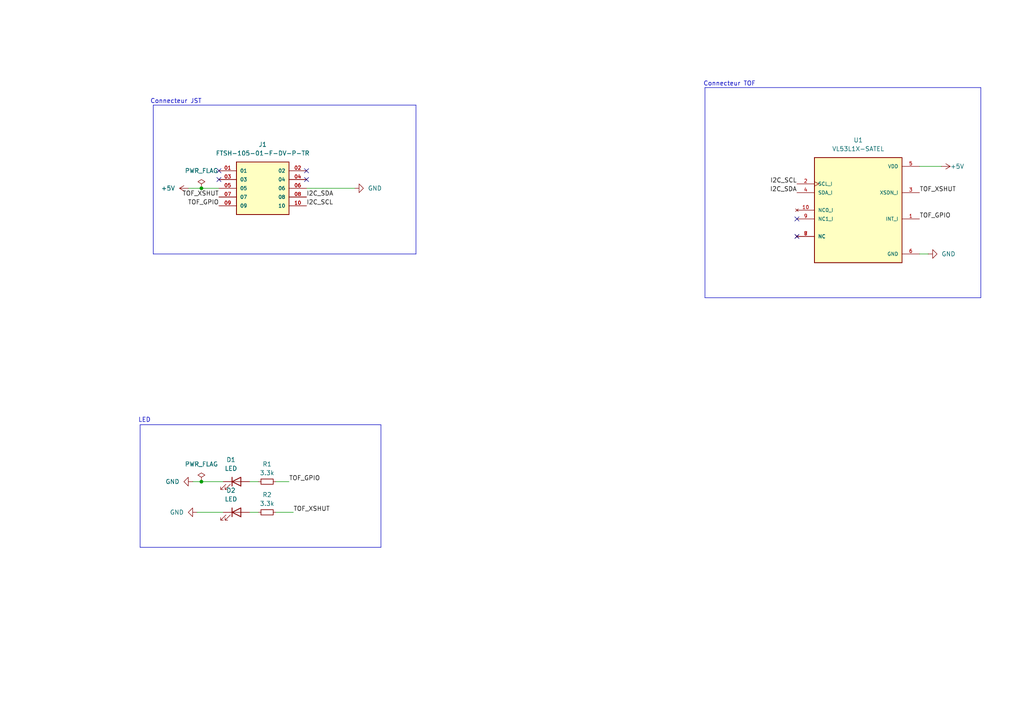
<source format=kicad_sch>
(kicad_sch
	(version 20231120)
	(generator "eeschema")
	(generator_version "8.0")
	(uuid "47aa775d-236a-4f1d-90dc-de8b59df296b")
	(paper "A4")
	(lib_symbols
		(symbol "74xGxx:FTSH-105-01-F-DV-P-TR"
			(pin_names
				(offset 1.016)
			)
			(exclude_from_sim no)
			(in_bom yes)
			(on_board yes)
			(property "Reference" "J"
				(at -8.12 7.62 0)
				(effects
					(font
						(size 1.27 1.27)
					)
					(justify left bottom)
				)
			)
			(property "Value" "FTSH-105-01-F-DV-P-TR"
				(at -7.62 -10.16 0)
				(effects
					(font
						(size 1.27 1.27)
					)
					(justify left bottom)
				)
			)
			(property "Footprint" "FTSH-105-01-F-DV-P-TR:SAMTEC_FTSH-105-01-F-DV-P-TR"
				(at 0 0 0)
				(effects
					(font
						(size 1.27 1.27)
					)
					(justify bottom)
					(hide yes)
				)
			)
			(property "Datasheet" ""
				(at 0 0 0)
				(effects
					(font
						(size 1.27 1.27)
					)
					(hide yes)
				)
			)
			(property "Description" ""
				(at 0 0 0)
				(effects
					(font
						(size 1.27 1.27)
					)
					(hide yes)
				)
			)
			(property "PARTREV" "R"
				(at 0 0 0)
				(effects
					(font
						(size 1.27 1.27)
					)
					(justify bottom)
					(hide yes)
				)
			)
			(property "MANUFACTURER" "Samtec"
				(at 0 0 0)
				(effects
					(font
						(size 1.27 1.27)
					)
					(justify bottom)
					(hide yes)
				)
			)
			(property "STANDARD" "Manufacturer Recommendations"
				(at 0 0 0)
				(effects
					(font
						(size 1.27 1.27)
					)
					(justify bottom)
					(hide yes)
				)
			)
			(symbol "FTSH-105-01-F-DV-P-TR_0_0"
				(rectangle
					(start -7.62 -7.62)
					(end 7.62 7.62)
					(stroke
						(width 0.254)
						(type default)
					)
					(fill
						(type background)
					)
				)
				(pin passive line
					(at -12.7 5.08 0)
					(length 5.08)
					(name "01"
						(effects
							(font
								(size 1.016 1.016)
							)
						)
					)
					(number "01"
						(effects
							(font
								(size 1.016 1.016)
							)
						)
					)
				)
				(pin passive line
					(at 12.7 5.08 180)
					(length 5.08)
					(name "02"
						(effects
							(font
								(size 1.016 1.016)
							)
						)
					)
					(number "02"
						(effects
							(font
								(size 1.016 1.016)
							)
						)
					)
				)
				(pin passive line
					(at -12.7 2.54 0)
					(length 5.08)
					(name "03"
						(effects
							(font
								(size 1.016 1.016)
							)
						)
					)
					(number "03"
						(effects
							(font
								(size 1.016 1.016)
							)
						)
					)
				)
				(pin passive line
					(at 12.7 2.54 180)
					(length 5.08)
					(name "04"
						(effects
							(font
								(size 1.016 1.016)
							)
						)
					)
					(number "04"
						(effects
							(font
								(size 1.016 1.016)
							)
						)
					)
				)
				(pin passive line
					(at -12.7 0 0)
					(length 5.08)
					(name "05"
						(effects
							(font
								(size 1.016 1.016)
							)
						)
					)
					(number "05"
						(effects
							(font
								(size 1.016 1.016)
							)
						)
					)
				)
				(pin passive line
					(at 12.7 0 180)
					(length 5.08)
					(name "06"
						(effects
							(font
								(size 1.016 1.016)
							)
						)
					)
					(number "06"
						(effects
							(font
								(size 1.016 1.016)
							)
						)
					)
				)
				(pin passive line
					(at -12.7 -2.54 0)
					(length 5.08)
					(name "07"
						(effects
							(font
								(size 1.016 1.016)
							)
						)
					)
					(number "07"
						(effects
							(font
								(size 1.016 1.016)
							)
						)
					)
				)
				(pin passive line
					(at 12.7 -2.54 180)
					(length 5.08)
					(name "08"
						(effects
							(font
								(size 1.016 1.016)
							)
						)
					)
					(number "08"
						(effects
							(font
								(size 1.016 1.016)
							)
						)
					)
				)
				(pin passive line
					(at -12.7 -5.08 0)
					(length 5.08)
					(name "09"
						(effects
							(font
								(size 1.016 1.016)
							)
						)
					)
					(number "09"
						(effects
							(font
								(size 1.016 1.016)
							)
						)
					)
				)
				(pin passive line
					(at 12.7 -5.08 180)
					(length 5.08)
					(name "10"
						(effects
							(font
								(size 1.016 1.016)
							)
						)
					)
					(number "10"
						(effects
							(font
								(size 1.016 1.016)
							)
						)
					)
				)
			)
		)
		(symbol "74xx:VL53L1X-SATEL"
			(pin_names
				(offset 1.016)
			)
			(exclude_from_sim no)
			(in_bom yes)
			(on_board yes)
			(property "Reference" "U"
				(at -12.7 16.002 0)
				(effects
					(font
						(size 1.27 1.27)
					)
					(justify left bottom)
				)
			)
			(property "Value" "VL53L1X-SATEL"
				(at -12.7 -17.78 0)
				(effects
					(font
						(size 1.27 1.27)
					)
					(justify left bottom)
				)
			)
			(property "Footprint" ""
				(at -0.508 -21.59 0)
				(effects
					(font
						(size 1.27 1.27)
					)
					(justify bottom)
					(hide yes)
				)
			)
			(property "Datasheet" ""
				(at 9.906 -21.844 0)
				(effects
					(font
						(size 1.27 1.27)
					)
					(hide yes)
				)
			)
			(property "Description" ""
				(at 9.906 -21.844 0)
				(effects
					(font
						(size 1.27 1.27)
					)
					(hide yes)
				)
			)
			(property "MF" ""
				(at 13.208 -23.622 0)
				(effects
					(font
						(size 1.27 1.27)
					)
					(justify bottom)
					(hide yes)
				)
			)
			(property "MAXIMUM_PACKAGE_HEIGHT" ""
				(at 9.906 -21.844 0)
				(effects
					(font
						(size 1.27 1.27)
					)
					(justify bottom)
					(hide yes)
				)
			)
			(property "Package" ""
				(at 9.906 -21.844 0)
				(effects
					(font
						(size 1.27 1.27)
					)
					(justify bottom)
					(hide yes)
				)
			)
			(property "Price" ""
				(at 9.906 -21.844 0)
				(effects
					(font
						(size 1.27 1.27)
					)
					(justify bottom)
					(hide yes)
				)
			)
			(property "Check_prices" ""
				(at 4.826 -20.066 0)
				(effects
					(font
						(size 1.27 1.27)
					)
					(justify bottom)
					(hide yes)
				)
			)
			(property "STANDARD" ""
				(at 12.192 -23.622 0)
				(effects
					(font
						(size 1.27 1.27)
					)
					(justify bottom)
					(hide yes)
				)
			)
			(property "PARTREV" ""
				(at 9.906 -21.844 0)
				(effects
					(font
						(size 1.27 1.27)
					)
					(justify bottom)
					(hide yes)
				)
			)
			(property "SnapEDA_Link" ""
				(at 5.842 -21.59 0)
				(effects
					(font
						(size 1.27 1.27)
					)
					(justify bottom)
					(hide yes)
				)
			)
			(property "MP" ""
				(at -0.508 -21.336 0)
				(effects
					(font
						(size 1.27 1.27)
					)
					(justify bottom)
					(hide yes)
				)
			)
			(property "Description_1" ""
				(at -1.016 -19.812 0)
				(effects
					(font
						(size 1.27 1.27)
					)
					(justify bottom)
					(hide yes)
				)
			)
			(property "MANUFACTURER" ""
				(at 8.636 -22.098 0)
				(effects
					(font
						(size 1.27 1.27)
					)
					(justify bottom)
					(hide yes)
				)
			)
			(property "Availability" ""
				(at 4.064 -23.368 0)
				(effects
					(font
						(size 1.27 1.27)
					)
					(justify bottom)
					(hide yes)
				)
			)
			(property "SNAPEDA_PN" ""
				(at 10.414 -20.828 0)
				(effects
					(font
						(size 1.27 1.27)
					)
					(justify bottom)
					(hide yes)
				)
			)
			(symbol "VL53L1X-SATEL_0_0"
				(rectangle
					(start -12.7 -15.24)
					(end 12.7 15.24)
					(stroke
						(width 0.254)
						(type default)
					)
					(fill
						(type background)
					)
				)
				(pin output line
					(at 17.78 -2.54 180)
					(length 5.08)
					(name "INT_I"
						(effects
							(font
								(size 1.016 1.016)
							)
						)
					)
					(number "1"
						(effects
							(font
								(size 1.016 1.016)
							)
						)
					)
				)
				(pin no_connect line
					(at -17.78 0 0)
					(length 5.08)
					(name "NC0_I"
						(effects
							(font
								(size 1.016 1.016)
							)
						)
					)
					(number "10"
						(effects
							(font
								(size 1.016 1.016)
							)
						)
					)
				)
				(pin input clock
					(at -17.78 7.62 0)
					(length 5.08)
					(name "SCL_I"
						(effects
							(font
								(size 1.016 1.016)
							)
						)
					)
					(number "2"
						(effects
							(font
								(size 1.016 1.016)
							)
						)
					)
				)
				(pin input line
					(at 17.78 5.08 180)
					(length 5.08)
					(name "XSDN_I"
						(effects
							(font
								(size 1.016 1.016)
							)
						)
					)
					(number "3"
						(effects
							(font
								(size 1.016 1.016)
							)
						)
					)
				)
				(pin bidirectional line
					(at -17.78 5.08 0)
					(length 5.08)
					(name "SDA_I"
						(effects
							(font
								(size 1.016 1.016)
							)
						)
					)
					(number "4"
						(effects
							(font
								(size 1.016 1.016)
							)
						)
					)
				)
				(pin power_in line
					(at 17.78 12.7 180)
					(length 5.08)
					(name "VDD"
						(effects
							(font
								(size 1.016 1.016)
							)
						)
					)
					(number "5"
						(effects
							(font
								(size 1.016 1.016)
							)
						)
					)
				)
				(pin power_in line
					(at 17.78 -12.7 180)
					(length 5.08)
					(name "GND"
						(effects
							(font
								(size 1.016 1.016)
							)
						)
					)
					(number "6"
						(effects
							(font
								(size 1.016 1.016)
							)
						)
					)
				)
				(pin no_connect line
					(at -17.78 -7.62 0)
					(length 5.08)
					(name "NC"
						(effects
							(font
								(size 1.016 1.016)
							)
						)
					)
					(number "7"
						(effects
							(font
								(size 1.016 1.016)
							)
						)
					)
				)
				(pin no_connect line
					(at -17.78 -7.62 0)
					(length 5.08)
					(name "NC"
						(effects
							(font
								(size 1.016 1.016)
							)
						)
					)
					(number "8"
						(effects
							(font
								(size 1.016 1.016)
							)
						)
					)
				)
				(pin passive line
					(at -17.78 -2.54 0)
					(length 5.08)
					(name "NC1_I"
						(effects
							(font
								(size 1.016 1.016)
							)
						)
					)
					(number "9"
						(effects
							(font
								(size 1.016 1.016)
							)
						)
					)
				)
			)
		)
		(symbol "Device:LED"
			(pin_numbers hide)
			(pin_names
				(offset 1.016) hide)
			(exclude_from_sim no)
			(in_bom yes)
			(on_board yes)
			(property "Reference" "D"
				(at 0 2.54 0)
				(effects
					(font
						(size 1.27 1.27)
					)
				)
			)
			(property "Value" "LED"
				(at 0 -2.54 0)
				(effects
					(font
						(size 1.27 1.27)
					)
				)
			)
			(property "Footprint" ""
				(at 0 0 0)
				(effects
					(font
						(size 1.27 1.27)
					)
					(hide yes)
				)
			)
			(property "Datasheet" "~"
				(at 0 0 0)
				(effects
					(font
						(size 1.27 1.27)
					)
					(hide yes)
				)
			)
			(property "Description" "Light emitting diode"
				(at 0 0 0)
				(effects
					(font
						(size 1.27 1.27)
					)
					(hide yes)
				)
			)
			(property "ki_keywords" "LED diode"
				(at 0 0 0)
				(effects
					(font
						(size 1.27 1.27)
					)
					(hide yes)
				)
			)
			(property "ki_fp_filters" "LED* LED_SMD:* LED_THT:*"
				(at 0 0 0)
				(effects
					(font
						(size 1.27 1.27)
					)
					(hide yes)
				)
			)
			(symbol "LED_0_1"
				(polyline
					(pts
						(xy -1.27 -1.27) (xy -1.27 1.27)
					)
					(stroke
						(width 0.254)
						(type default)
					)
					(fill
						(type none)
					)
				)
				(polyline
					(pts
						(xy -1.27 0) (xy 1.27 0)
					)
					(stroke
						(width 0)
						(type default)
					)
					(fill
						(type none)
					)
				)
				(polyline
					(pts
						(xy 1.27 -1.27) (xy 1.27 1.27) (xy -1.27 0) (xy 1.27 -1.27)
					)
					(stroke
						(width 0.254)
						(type default)
					)
					(fill
						(type none)
					)
				)
				(polyline
					(pts
						(xy -3.048 -0.762) (xy -4.572 -2.286) (xy -3.81 -2.286) (xy -4.572 -2.286) (xy -4.572 -1.524)
					)
					(stroke
						(width 0)
						(type default)
					)
					(fill
						(type none)
					)
				)
				(polyline
					(pts
						(xy -1.778 -0.762) (xy -3.302 -2.286) (xy -2.54 -2.286) (xy -3.302 -2.286) (xy -3.302 -1.524)
					)
					(stroke
						(width 0)
						(type default)
					)
					(fill
						(type none)
					)
				)
			)
			(symbol "LED_1_1"
				(pin passive line
					(at -3.81 0 0)
					(length 2.54)
					(name "K"
						(effects
							(font
								(size 1.27 1.27)
							)
						)
					)
					(number "1"
						(effects
							(font
								(size 1.27 1.27)
							)
						)
					)
				)
				(pin passive line
					(at 3.81 0 180)
					(length 2.54)
					(name "A"
						(effects
							(font
								(size 1.27 1.27)
							)
						)
					)
					(number "2"
						(effects
							(font
								(size 1.27 1.27)
							)
						)
					)
				)
			)
		)
		(symbol "Device:R_Small"
			(pin_numbers hide)
			(pin_names
				(offset 0.254) hide)
			(exclude_from_sim no)
			(in_bom yes)
			(on_board yes)
			(property "Reference" "R"
				(at 0.762 0.508 0)
				(effects
					(font
						(size 1.27 1.27)
					)
					(justify left)
				)
			)
			(property "Value" "R_Small"
				(at 0.762 -1.016 0)
				(effects
					(font
						(size 1.27 1.27)
					)
					(justify left)
				)
			)
			(property "Footprint" ""
				(at 0 0 0)
				(effects
					(font
						(size 1.27 1.27)
					)
					(hide yes)
				)
			)
			(property "Datasheet" "~"
				(at 0 0 0)
				(effects
					(font
						(size 1.27 1.27)
					)
					(hide yes)
				)
			)
			(property "Description" "Resistor, small symbol"
				(at 0 0 0)
				(effects
					(font
						(size 1.27 1.27)
					)
					(hide yes)
				)
			)
			(property "ki_keywords" "R resistor"
				(at 0 0 0)
				(effects
					(font
						(size 1.27 1.27)
					)
					(hide yes)
				)
			)
			(property "ki_fp_filters" "R_*"
				(at 0 0 0)
				(effects
					(font
						(size 1.27 1.27)
					)
					(hide yes)
				)
			)
			(symbol "R_Small_0_1"
				(rectangle
					(start -0.762 1.778)
					(end 0.762 -1.778)
					(stroke
						(width 0.2032)
						(type default)
					)
					(fill
						(type none)
					)
				)
			)
			(symbol "R_Small_1_1"
				(pin passive line
					(at 0 2.54 270)
					(length 0.762)
					(name "~"
						(effects
							(font
								(size 1.27 1.27)
							)
						)
					)
					(number "1"
						(effects
							(font
								(size 1.27 1.27)
							)
						)
					)
				)
				(pin passive line
					(at 0 -2.54 90)
					(length 0.762)
					(name "~"
						(effects
							(font
								(size 1.27 1.27)
							)
						)
					)
					(number "2"
						(effects
							(font
								(size 1.27 1.27)
							)
						)
					)
				)
			)
		)
		(symbol "power:+5V"
			(power)
			(pin_numbers hide)
			(pin_names
				(offset 0) hide)
			(exclude_from_sim no)
			(in_bom yes)
			(on_board yes)
			(property "Reference" "#PWR"
				(at 0 -3.81 0)
				(effects
					(font
						(size 1.27 1.27)
					)
					(hide yes)
				)
			)
			(property "Value" "+5V"
				(at 0 3.556 0)
				(effects
					(font
						(size 1.27 1.27)
					)
				)
			)
			(property "Footprint" ""
				(at 0 0 0)
				(effects
					(font
						(size 1.27 1.27)
					)
					(hide yes)
				)
			)
			(property "Datasheet" ""
				(at 0 0 0)
				(effects
					(font
						(size 1.27 1.27)
					)
					(hide yes)
				)
			)
			(property "Description" "Power symbol creates a global label with name \"+5V\""
				(at 0 0 0)
				(effects
					(font
						(size 1.27 1.27)
					)
					(hide yes)
				)
			)
			(property "ki_keywords" "global power"
				(at 0 0 0)
				(effects
					(font
						(size 1.27 1.27)
					)
					(hide yes)
				)
			)
			(symbol "+5V_0_1"
				(polyline
					(pts
						(xy -0.762 1.27) (xy 0 2.54)
					)
					(stroke
						(width 0)
						(type default)
					)
					(fill
						(type none)
					)
				)
				(polyline
					(pts
						(xy 0 0) (xy 0 2.54)
					)
					(stroke
						(width 0)
						(type default)
					)
					(fill
						(type none)
					)
				)
				(polyline
					(pts
						(xy 0 2.54) (xy 0.762 1.27)
					)
					(stroke
						(width 0)
						(type default)
					)
					(fill
						(type none)
					)
				)
			)
			(symbol "+5V_1_1"
				(pin power_in line
					(at 0 0 90)
					(length 0)
					(name "~"
						(effects
							(font
								(size 1.27 1.27)
							)
						)
					)
					(number "1"
						(effects
							(font
								(size 1.27 1.27)
							)
						)
					)
				)
			)
		)
		(symbol "power:GND"
			(power)
			(pin_numbers hide)
			(pin_names
				(offset 0) hide)
			(exclude_from_sim no)
			(in_bom yes)
			(on_board yes)
			(property "Reference" "#PWR"
				(at 0 -6.35 0)
				(effects
					(font
						(size 1.27 1.27)
					)
					(hide yes)
				)
			)
			(property "Value" "GND"
				(at 0 -3.81 0)
				(effects
					(font
						(size 1.27 1.27)
					)
				)
			)
			(property "Footprint" ""
				(at 0 0 0)
				(effects
					(font
						(size 1.27 1.27)
					)
					(hide yes)
				)
			)
			(property "Datasheet" ""
				(at 0 0 0)
				(effects
					(font
						(size 1.27 1.27)
					)
					(hide yes)
				)
			)
			(property "Description" "Power symbol creates a global label with name \"GND\" , ground"
				(at 0 0 0)
				(effects
					(font
						(size 1.27 1.27)
					)
					(hide yes)
				)
			)
			(property "ki_keywords" "global power"
				(at 0 0 0)
				(effects
					(font
						(size 1.27 1.27)
					)
					(hide yes)
				)
			)
			(symbol "GND_0_1"
				(polyline
					(pts
						(xy 0 0) (xy 0 -1.27) (xy 1.27 -1.27) (xy 0 -2.54) (xy -1.27 -1.27) (xy 0 -1.27)
					)
					(stroke
						(width 0)
						(type default)
					)
					(fill
						(type none)
					)
				)
			)
			(symbol "GND_1_1"
				(pin power_in line
					(at 0 0 270)
					(length 0)
					(name "~"
						(effects
							(font
								(size 1.27 1.27)
							)
						)
					)
					(number "1"
						(effects
							(font
								(size 1.27 1.27)
							)
						)
					)
				)
			)
		)
		(symbol "power:PWR_FLAG"
			(power)
			(pin_numbers hide)
			(pin_names
				(offset 0) hide)
			(exclude_from_sim no)
			(in_bom yes)
			(on_board yes)
			(property "Reference" "#FLG"
				(at 0 1.905 0)
				(effects
					(font
						(size 1.27 1.27)
					)
					(hide yes)
				)
			)
			(property "Value" "PWR_FLAG"
				(at 0 3.81 0)
				(effects
					(font
						(size 1.27 1.27)
					)
				)
			)
			(property "Footprint" ""
				(at 0 0 0)
				(effects
					(font
						(size 1.27 1.27)
					)
					(hide yes)
				)
			)
			(property "Datasheet" "~"
				(at 0 0 0)
				(effects
					(font
						(size 1.27 1.27)
					)
					(hide yes)
				)
			)
			(property "Description" "Special symbol for telling ERC where power comes from"
				(at 0 0 0)
				(effects
					(font
						(size 1.27 1.27)
					)
					(hide yes)
				)
			)
			(property "ki_keywords" "flag power"
				(at 0 0 0)
				(effects
					(font
						(size 1.27 1.27)
					)
					(hide yes)
				)
			)
			(symbol "PWR_FLAG_0_0"
				(pin power_out line
					(at 0 0 90)
					(length 0)
					(name "~"
						(effects
							(font
								(size 1.27 1.27)
							)
						)
					)
					(number "1"
						(effects
							(font
								(size 1.27 1.27)
							)
						)
					)
				)
			)
			(symbol "PWR_FLAG_0_1"
				(polyline
					(pts
						(xy 0 0) (xy 0 1.27) (xy -1.016 1.905) (xy 0 2.54) (xy 1.016 1.905) (xy 0 1.27)
					)
					(stroke
						(width 0)
						(type default)
					)
					(fill
						(type none)
					)
				)
			)
		)
	)
	(junction
		(at 58.42 54.61)
		(diameter 0)
		(color 0 0 0 0)
		(uuid "21dadc17-34d2-4d4e-ae73-4a246b174870")
	)
	(junction
		(at 58.42 139.7)
		(diameter 0)
		(color 0 0 0 0)
		(uuid "ffde5c79-366d-4929-aacb-a2561ae2591c")
	)
	(no_connect
		(at 88.9 49.53)
		(uuid "5e07590f-45b5-4ef7-88d3-f98c9e9c8691")
	)
	(no_connect
		(at 88.9 52.07)
		(uuid "68f2df3b-836f-4dae-9191-17a6255d501e")
	)
	(no_connect
		(at 231.14 68.58)
		(uuid "6b5eaebd-a193-45c3-90b9-878b4f2d21f2")
	)
	(no_connect
		(at 63.5 52.07)
		(uuid "a155eae1-9336-4162-a079-1299e4d7d618")
	)
	(no_connect
		(at 63.5 49.53)
		(uuid "b987723a-5eec-47a7-86fc-4e92cf59db96")
	)
	(no_connect
		(at 231.14 63.5)
		(uuid "cb3a7a26-6358-40a9-9fd4-5f0a6afdee44")
	)
	(polyline
		(pts
			(xy 284.48 25.4) (xy 284.48 86.36)
		)
		(stroke
			(width 0)
			(type default)
		)
		(uuid "1f06ce00-f112-4b99-85fd-d456c6d0e755")
	)
	(polyline
		(pts
			(xy 110.49 123.19) (xy 110.49 158.75)
		)
		(stroke
			(width 0)
			(type default)
		)
		(uuid "23f698f3-63c2-45b3-950a-5ddd663c49d9")
	)
	(polyline
		(pts
			(xy 284.48 25.4) (xy 204.47 25.4)
		)
		(stroke
			(width 0)
			(type default)
		)
		(uuid "2bc693c2-b1ec-4c69-91f8-c6e22a5863f4")
	)
	(polyline
		(pts
			(xy 204.47 25.4) (xy 204.47 86.36)
		)
		(stroke
			(width 0)
			(type default)
		)
		(uuid "3907ccc4-f53e-4469-8a81-7859698eba48")
	)
	(wire
		(pts
			(xy 88.9 54.61) (xy 102.87 54.61)
		)
		(stroke
			(width 0)
			(type default)
		)
		(uuid "3a05833c-cba0-4252-b18f-5ee5957554ec")
	)
	(polyline
		(pts
			(xy 44.45 30.48) (xy 120.65 30.48)
		)
		(stroke
			(width 0)
			(type default)
		)
		(uuid "461ad315-b077-4bcd-baeb-fb4471148903")
	)
	(wire
		(pts
			(xy 58.42 54.61) (xy 63.5 54.61)
		)
		(stroke
			(width 0)
			(type default)
		)
		(uuid "4f2f9c69-6290-4662-9169-b64af0d8b88c")
	)
	(polyline
		(pts
			(xy 120.65 73.66) (xy 44.45 73.66)
		)
		(stroke
			(width 0)
			(type default)
		)
		(uuid "55686e23-0469-43d9-b255-802e8b80df78")
	)
	(polyline
		(pts
			(xy 40.64 123.19) (xy 40.64 158.75)
		)
		(stroke
			(width 0)
			(type default)
		)
		(uuid "73406b0c-adb0-418b-b87d-71c8ee8d12e5")
	)
	(polyline
		(pts
			(xy 204.47 86.36) (xy 284.48 86.36)
		)
		(stroke
			(width 0)
			(type default)
		)
		(uuid "74b86b2a-53e1-4270-ac18-5e15bcefc175")
	)
	(wire
		(pts
			(xy 266.7 48.26) (xy 273.05 48.26)
		)
		(stroke
			(width 0)
			(type default)
		)
		(uuid "781582b1-b3b0-4c06-b92f-6ed2087629e1")
	)
	(wire
		(pts
			(xy 80.01 148.59) (xy 85.09 148.59)
		)
		(stroke
			(width 0)
			(type default)
		)
		(uuid "7f03f512-4671-43b6-8613-a22fb0a8bd41")
	)
	(wire
		(pts
			(xy 72.39 148.59) (xy 74.93 148.59)
		)
		(stroke
			(width 0)
			(type default)
		)
		(uuid "8df3d5de-dcc3-43b0-93e9-18446bea624c")
	)
	(polyline
		(pts
			(xy 44.45 30.48) (xy 44.45 73.66)
		)
		(stroke
			(width 0)
			(type default)
		)
		(uuid "98f4d2e6-0831-43f7-bae4-2dce8c0f368b")
	)
	(wire
		(pts
			(xy 54.61 54.61) (xy 58.42 54.61)
		)
		(stroke
			(width 0)
			(type default)
		)
		(uuid "995e9ebc-b730-4e82-9795-fd25aec5fcaa")
	)
	(wire
		(pts
			(xy 55.88 139.7) (xy 58.42 139.7)
		)
		(stroke
			(width 0)
			(type default)
		)
		(uuid "9f7a0411-5315-45f9-9ad6-e2b6ede64cb6")
	)
	(wire
		(pts
			(xy 72.39 139.7) (xy 74.93 139.7)
		)
		(stroke
			(width 0)
			(type default)
		)
		(uuid "a2c419af-1d9b-4899-abb1-5941682f377e")
	)
	(wire
		(pts
			(xy 80.01 139.7) (xy 83.82 139.7)
		)
		(stroke
			(width 0)
			(type default)
		)
		(uuid "b1ad65ab-97fb-4d2a-9ef5-b055e7a728f8")
	)
	(wire
		(pts
			(xy 58.42 139.7) (xy 64.77 139.7)
		)
		(stroke
			(width 0)
			(type default)
		)
		(uuid "b34bc26f-c48b-442c-8295-da6352fa2297")
	)
	(wire
		(pts
			(xy 266.7 73.66) (xy 269.24 73.66)
		)
		(stroke
			(width 0)
			(type default)
		)
		(uuid "cbc006c5-497d-4f55-8bf8-de8ee308b32f")
	)
	(polyline
		(pts
			(xy 120.65 30.48) (xy 120.65 73.66)
		)
		(stroke
			(width 0)
			(type default)
		)
		(uuid "d25f247f-63b7-4d2b-97d2-fc2d63202517")
	)
	(wire
		(pts
			(xy 57.15 148.59) (xy 64.77 148.59)
		)
		(stroke
			(width 0)
			(type default)
		)
		(uuid "ee26da27-a044-4c5f-a108-118269f9d8aa")
	)
	(polyline
		(pts
			(xy 40.64 123.19) (xy 110.49 123.19)
		)
		(stroke
			(width 0)
			(type default)
		)
		(uuid "f740ff7a-bc9c-43f0-b85a-9ddf3204927a")
	)
	(polyline
		(pts
			(xy 110.49 158.75) (xy 40.64 158.75)
		)
		(stroke
			(width 0)
			(type default)
		)
		(uuid "f958fc32-cc8c-4af9-a4ac-fe94f01126c3")
	)
	(text "Connecteur TOF"
		(exclude_from_sim no)
		(at 211.582 24.384 0)
		(effects
			(font
				(size 1.27 1.27)
			)
		)
		(uuid "a39d9714-866e-4877-9e98-f162e06c3873")
	)
	(text "Connecteur JST"
		(exclude_from_sim no)
		(at 51.054 29.464 0)
		(effects
			(font
				(size 1.27 1.27)
			)
		)
		(uuid "addd66ce-2d13-4e6b-adc2-655fa138d7b9")
	)
	(text "LED"
		(exclude_from_sim no)
		(at 41.91 121.92 0)
		(effects
			(font
				(size 1.27 1.27)
			)
		)
		(uuid "cc67d61d-9e80-490d-ad03-a03560aecae0")
	)
	(label "I2C_SDA"
		(at 231.14 55.88 180)
		(fields_autoplaced yes)
		(effects
			(font
				(size 1.27 1.27)
			)
			(justify right bottom)
		)
		(uuid "1bbfa443-6978-4fc1-baf3-d1218ae3950a")
	)
	(label "I2C_SCL"
		(at 88.9 59.69 0)
		(fields_autoplaced yes)
		(effects
			(font
				(size 1.27 1.27)
			)
			(justify left bottom)
		)
		(uuid "2f0da67d-bd34-4626-8e7c-5fc2876a62d3")
	)
	(label "TOF_XSHUT"
		(at 266.7 55.88 0)
		(fields_autoplaced yes)
		(effects
			(font
				(size 1.27 1.27)
			)
			(justify left bottom)
		)
		(uuid "44aa752a-8415-4494-ab1f-788f734267a3")
	)
	(label "I2C_SDA"
		(at 88.9 57.15 0)
		(fields_autoplaced yes)
		(effects
			(font
				(size 1.27 1.27)
			)
			(justify left bottom)
		)
		(uuid "68730741-d7b6-44b8-8c04-daacda1b5f2d")
	)
	(label "TOF_XSHUT"
		(at 63.5 57.15 180)
		(fields_autoplaced yes)
		(effects
			(font
				(size 1.27 1.27)
			)
			(justify right bottom)
		)
		(uuid "7453d457-5bd6-44a3-9ca3-4140a8c7c60d")
	)
	(label "TOF_XSHUT"
		(at 85.09 148.59 0)
		(fields_autoplaced yes)
		(effects
			(font
				(size 1.27 1.27)
			)
			(justify left bottom)
		)
		(uuid "7f30f2d3-bfe3-49bb-9e0c-4854d269acf7")
	)
	(label "TOF_GPIO"
		(at 266.7 63.5 0)
		(fields_autoplaced yes)
		(effects
			(font
				(size 1.27 1.27)
			)
			(justify left bottom)
		)
		(uuid "9f0ab6be-d475-494b-8bdd-18fcbee397e7")
	)
	(label "TOF_GPIO"
		(at 63.5 59.69 180)
		(fields_autoplaced yes)
		(effects
			(font
				(size 1.27 1.27)
			)
			(justify right bottom)
		)
		(uuid "bb7faa6e-1487-46f4-ad0b-1590885b2e56")
	)
	(label "TOF_GPIO"
		(at 83.82 139.7 0)
		(fields_autoplaced yes)
		(effects
			(font
				(size 1.27 1.27)
			)
			(justify left bottom)
		)
		(uuid "c16c75cf-5c3f-41e2-8996-f7c9cd9b0c2e")
	)
	(label "I2C_SCL"
		(at 231.14 53.34 180)
		(fields_autoplaced yes)
		(effects
			(font
				(size 1.27 1.27)
			)
			(justify right bottom)
		)
		(uuid "d3e54630-badd-46cd-9440-e64292eada93")
	)
	(symbol
		(lib_id "power:GND")
		(at 55.88 139.7 270)
		(unit 1)
		(exclude_from_sim no)
		(in_bom yes)
		(on_board yes)
		(dnp no)
		(fields_autoplaced yes)
		(uuid "0cb84fe5-c4ef-445c-a137-e3d197b0d319")
		(property "Reference" "#PWR01"
			(at 49.53 139.7 0)
			(effects
				(font
					(size 1.27 1.27)
				)
				(hide yes)
			)
		)
		(property "Value" "GND"
			(at 52.07 139.6999 90)
			(effects
				(font
					(size 1.27 1.27)
				)
				(justify right)
			)
		)
		(property "Footprint" ""
			(at 55.88 139.7 0)
			(effects
				(font
					(size 1.27 1.27)
				)
				(hide yes)
			)
		)
		(property "Datasheet" ""
			(at 55.88 139.7 0)
			(effects
				(font
					(size 1.27 1.27)
				)
				(hide yes)
			)
		)
		(property "Description" "Power symbol creates a global label with name \"GND\" , ground"
			(at 55.88 139.7 0)
			(effects
				(font
					(size 1.27 1.27)
				)
				(hide yes)
			)
		)
		(pin "1"
			(uuid "168c2930-031b-4db1-b0d7-a7d62a682536")
		)
		(instances
			(project "PCB_TOF_droit"
				(path "/47aa775d-236a-4f1d-90dc-de8b59df296b"
					(reference "#PWR01")
					(unit 1)
				)
			)
		)
	)
	(symbol
		(lib_id "74xx:VL53L1X-SATEL")
		(at 248.92 60.96 0)
		(unit 1)
		(exclude_from_sim no)
		(in_bom yes)
		(on_board yes)
		(dnp no)
		(fields_autoplaced yes)
		(uuid "17c2314d-77df-4be9-aa44-eeed6e48783f")
		(property "Reference" "U1"
			(at 248.92 40.64 0)
			(effects
				(font
					(size 1.27 1.27)
				)
			)
		)
		(property "Value" "VL53L1X-SATEL"
			(at 248.92 43.18 0)
			(effects
				(font
					(size 1.27 1.27)
				)
			)
		)
		(property "Footprint" "VL53L1X:MODULE_VL53L1X-SATEL"
			(at 248.412 82.55 0)
			(effects
				(font
					(size 1.27 1.27)
				)
				(justify bottom)
				(hide yes)
			)
		)
		(property "Datasheet" ""
			(at 258.826 82.804 0)
			(effects
				(font
					(size 1.27 1.27)
				)
				(hide yes)
			)
		)
		(property "Description" ""
			(at 258.826 82.804 0)
			(effects
				(font
					(size 1.27 1.27)
				)
				(hide yes)
			)
		)
		(property "MF" ""
			(at 262.128 84.582 0)
			(effects
				(font
					(size 1.27 1.27)
				)
				(justify bottom)
				(hide yes)
			)
		)
		(property "MAXIMUM_PACKAGE_HEIGHT" ""
			(at 258.826 82.804 0)
			(effects
				(font
					(size 1.27 1.27)
				)
				(justify bottom)
				(hide yes)
			)
		)
		(property "Package" ""
			(at 258.826 82.804 0)
			(effects
				(font
					(size 1.27 1.27)
				)
				(justify bottom)
				(hide yes)
			)
		)
		(property "Price" ""
			(at 258.826 82.804 0)
			(effects
				(font
					(size 1.27 1.27)
				)
				(justify bottom)
				(hide yes)
			)
		)
		(property "Check_prices" ""
			(at 253.746 81.026 0)
			(effects
				(font
					(size 1.27 1.27)
				)
				(justify bottom)
				(hide yes)
			)
		)
		(property "STANDARD" ""
			(at 261.112 84.582 0)
			(effects
				(font
					(size 1.27 1.27)
				)
				(justify bottom)
				(hide yes)
			)
		)
		(property "PARTREV" ""
			(at 258.826 82.804 0)
			(effects
				(font
					(size 1.27 1.27)
				)
				(justify bottom)
				(hide yes)
			)
		)
		(property "SnapEDA_Link" ""
			(at 254.762 82.55 0)
			(effects
				(font
					(size 1.27 1.27)
				)
				(justify bottom)
				(hide yes)
			)
		)
		(property "MP" ""
			(at 248.412 82.296 0)
			(effects
				(font
					(size 1.27 1.27)
				)
				(justify bottom)
				(hide yes)
			)
		)
		(property "Description_1" ""
			(at 247.904 80.772 0)
			(effects
				(font
					(size 1.27 1.27)
				)
				(justify bottom)
				(hide yes)
			)
		)
		(property "MANUFACTURER" ""
			(at 257.556 83.058 0)
			(effects
				(font
					(size 1.27 1.27)
				)
				(justify bottom)
				(hide yes)
			)
		)
		(property "Availability" ""
			(at 252.984 84.328 0)
			(effects
				(font
					(size 1.27 1.27)
				)
				(justify bottom)
				(hide yes)
			)
		)
		(property "SNAPEDA_PN" ""
			(at 259.334 81.788 0)
			(effects
				(font
					(size 1.27 1.27)
				)
				(justify bottom)
				(hide yes)
			)
		)
		(pin "5"
			(uuid "79dc8c7a-099c-43fb-bfa8-b0dd54bb1402")
		)
		(pin "4"
			(uuid "434e829b-02a5-4ed4-b56d-8fa5dabc05a5")
		)
		(pin "3"
			(uuid "97d1d4bc-5aa6-4c3e-aa53-521958028181")
		)
		(pin "9"
			(uuid "ae0e9849-e9c7-4bb5-b530-e3e8602220e6")
		)
		(pin "8"
			(uuid "869f3fec-5926-43bc-b32b-3100a8f0f078")
		)
		(pin "6"
			(uuid "94efc033-d457-443d-8071-23bf40a11e57")
		)
		(pin "7"
			(uuid "767b17ff-1ec3-40fe-a608-6c392df31235")
		)
		(pin "1"
			(uuid "d642f52f-4ecd-4818-b8fd-bca53c24ae0f")
		)
		(pin "10"
			(uuid "93721a58-7c23-4969-a65e-ca56f75fc235")
		)
		(pin "2"
			(uuid "5fa7fb44-da9f-4eaf-a578-83a140d7ce30")
		)
		(instances
			(project "PCB_TOF_droit"
				(path "/47aa775d-236a-4f1d-90dc-de8b59df296b"
					(reference "U1")
					(unit 1)
				)
			)
		)
	)
	(symbol
		(lib_id "power:PWR_FLAG")
		(at 58.42 54.61 0)
		(unit 1)
		(exclude_from_sim no)
		(in_bom yes)
		(on_board yes)
		(dnp no)
		(fields_autoplaced yes)
		(uuid "28f68715-ae60-4df9-bbb7-fdbb74166542")
		(property "Reference" "#FLG01"
			(at 58.42 52.705 0)
			(effects
				(font
					(size 1.27 1.27)
				)
				(hide yes)
			)
		)
		(property "Value" "PWR_FLAG"
			(at 58.42 49.53 0)
			(effects
				(font
					(size 1.27 1.27)
				)
			)
		)
		(property "Footprint" ""
			(at 58.42 54.61 0)
			(effects
				(font
					(size 1.27 1.27)
				)
				(hide yes)
			)
		)
		(property "Datasheet" "~"
			(at 58.42 54.61 0)
			(effects
				(font
					(size 1.27 1.27)
				)
				(hide yes)
			)
		)
		(property "Description" "Special symbol for telling ERC where power comes from"
			(at 58.42 54.61 0)
			(effects
				(font
					(size 1.27 1.27)
				)
				(hide yes)
			)
		)
		(pin "1"
			(uuid "6b1847de-319f-4b6c-8502-31d708ad440d")
		)
		(instances
			(project ""
				(path "/47aa775d-236a-4f1d-90dc-de8b59df296b"
					(reference "#FLG01")
					(unit 1)
				)
			)
		)
	)
	(symbol
		(lib_id "Device:R_Small")
		(at 77.47 148.59 90)
		(unit 1)
		(exclude_from_sim no)
		(in_bom yes)
		(on_board yes)
		(dnp no)
		(fields_autoplaced yes)
		(uuid "2f664445-d73f-4409-8682-a3eedf8f3177")
		(property "Reference" "R2"
			(at 77.47 143.51 90)
			(effects
				(font
					(size 1.27 1.27)
				)
			)
		)
		(property "Value" "3.3k"
			(at 77.47 146.05 90)
			(effects
				(font
					(size 1.27 1.27)
				)
			)
		)
		(property "Footprint" "Resistor_SMD:R_0402_1005Metric_Pad0.72x0.64mm_HandSolder"
			(at 77.47 148.59 0)
			(effects
				(font
					(size 1.27 1.27)
				)
				(hide yes)
			)
		)
		(property "Datasheet" "~"
			(at 77.47 148.59 0)
			(effects
				(font
					(size 1.27 1.27)
				)
				(hide yes)
			)
		)
		(property "Description" "Resistor, small symbol"
			(at 77.47 148.59 0)
			(effects
				(font
					(size 1.27 1.27)
				)
				(hide yes)
			)
		)
		(pin "1"
			(uuid "503721d5-0a1f-495d-89e1-1130ac72b123")
		)
		(pin "2"
			(uuid "bdeb05ff-3f8a-427a-98ee-8f2b526d9465")
		)
		(instances
			(project "PCB_TOF_droit"
				(path "/47aa775d-236a-4f1d-90dc-de8b59df296b"
					(reference "R2")
					(unit 1)
				)
			)
		)
	)
	(symbol
		(lib_id "Device:LED")
		(at 68.58 148.59 0)
		(unit 1)
		(exclude_from_sim no)
		(in_bom yes)
		(on_board yes)
		(dnp no)
		(fields_autoplaced yes)
		(uuid "3150b9ed-33f9-4920-88f1-13681714ecf7")
		(property "Reference" "D2"
			(at 66.9925 142.24 0)
			(effects
				(font
					(size 1.27 1.27)
				)
			)
		)
		(property "Value" "LED"
			(at 66.9925 144.78 0)
			(effects
				(font
					(size 1.27 1.27)
				)
			)
		)
		(property "Footprint" "LED_SMD:LED_0603_1608Metric_Pad1.05x0.95mm_HandSolder"
			(at 68.58 148.59 0)
			(effects
				(font
					(size 1.27 1.27)
				)
				(hide yes)
			)
		)
		(property "Datasheet" "~"
			(at 68.58 148.59 0)
			(effects
				(font
					(size 1.27 1.27)
				)
				(hide yes)
			)
		)
		(property "Description" "Light emitting diode"
			(at 68.58 148.59 0)
			(effects
				(font
					(size 1.27 1.27)
				)
				(hide yes)
			)
		)
		(pin "2"
			(uuid "d24a9a54-464d-4134-9ff5-9a2e8bc1137b")
		)
		(pin "1"
			(uuid "0966ab1d-7dbe-4e6d-9732-585b3545205e")
		)
		(instances
			(project "PCB_TOF_droit"
				(path "/47aa775d-236a-4f1d-90dc-de8b59df296b"
					(reference "D2")
					(unit 1)
				)
			)
		)
	)
	(symbol
		(lib_id "power:GND")
		(at 57.15 148.59 270)
		(unit 1)
		(exclude_from_sim no)
		(in_bom yes)
		(on_board yes)
		(dnp no)
		(fields_autoplaced yes)
		(uuid "5d060e76-524d-4cba-b22b-ecad18230f92")
		(property "Reference" "#PWR02"
			(at 50.8 148.59 0)
			(effects
				(font
					(size 1.27 1.27)
				)
				(hide yes)
			)
		)
		(property "Value" "GND"
			(at 53.34 148.5899 90)
			(effects
				(font
					(size 1.27 1.27)
				)
				(justify right)
			)
		)
		(property "Footprint" ""
			(at 57.15 148.59 0)
			(effects
				(font
					(size 1.27 1.27)
				)
				(hide yes)
			)
		)
		(property "Datasheet" ""
			(at 57.15 148.59 0)
			(effects
				(font
					(size 1.27 1.27)
				)
				(hide yes)
			)
		)
		(property "Description" "Power symbol creates a global label with name \"GND\" , ground"
			(at 57.15 148.59 0)
			(effects
				(font
					(size 1.27 1.27)
				)
				(hide yes)
			)
		)
		(pin "1"
			(uuid "cf4c73c1-5911-4a37-b7ad-31c5c0640b2b")
		)
		(instances
			(project "PCB_TOF_droit"
				(path "/47aa775d-236a-4f1d-90dc-de8b59df296b"
					(reference "#PWR02")
					(unit 1)
				)
			)
		)
	)
	(symbol
		(lib_id "power:GND")
		(at 269.24 73.66 90)
		(unit 1)
		(exclude_from_sim no)
		(in_bom yes)
		(on_board yes)
		(dnp no)
		(fields_autoplaced yes)
		(uuid "636da86e-5b7b-49dc-b3a0-5737c9b83230")
		(property "Reference" "#PWR05"
			(at 275.59 73.66 0)
			(effects
				(font
					(size 1.27 1.27)
				)
				(hide yes)
			)
		)
		(property "Value" "GND"
			(at 273.05 73.6599 90)
			(effects
				(font
					(size 1.27 1.27)
				)
				(justify right)
			)
		)
		(property "Footprint" ""
			(at 269.24 73.66 0)
			(effects
				(font
					(size 1.27 1.27)
				)
				(hide yes)
			)
		)
		(property "Datasheet" ""
			(at 269.24 73.66 0)
			(effects
				(font
					(size 1.27 1.27)
				)
				(hide yes)
			)
		)
		(property "Description" "Power symbol creates a global label with name \"GND\" , ground"
			(at 269.24 73.66 0)
			(effects
				(font
					(size 1.27 1.27)
				)
				(hide yes)
			)
		)
		(pin "1"
			(uuid "85e0eb0c-daf4-414a-9b1b-222eab9cad05")
		)
		(instances
			(project "PCB_TOF_droit"
				(path "/47aa775d-236a-4f1d-90dc-de8b59df296b"
					(reference "#PWR05")
					(unit 1)
				)
			)
		)
	)
	(symbol
		(lib_id "power:PWR_FLAG")
		(at 58.42 139.7 0)
		(unit 1)
		(exclude_from_sim no)
		(in_bom yes)
		(on_board yes)
		(dnp no)
		(fields_autoplaced yes)
		(uuid "71cded14-a920-4371-b4ed-0de89865ef73")
		(property "Reference" "#FLG02"
			(at 58.42 137.795 0)
			(effects
				(font
					(size 1.27 1.27)
				)
				(hide yes)
			)
		)
		(property "Value" "PWR_FLAG"
			(at 58.42 134.62 0)
			(effects
				(font
					(size 1.27 1.27)
				)
			)
		)
		(property "Footprint" ""
			(at 58.42 139.7 0)
			(effects
				(font
					(size 1.27 1.27)
				)
				(hide yes)
			)
		)
		(property "Datasheet" "~"
			(at 58.42 139.7 0)
			(effects
				(font
					(size 1.27 1.27)
				)
				(hide yes)
			)
		)
		(property "Description" "Special symbol for telling ERC where power comes from"
			(at 58.42 139.7 0)
			(effects
				(font
					(size 1.27 1.27)
				)
				(hide yes)
			)
		)
		(pin "1"
			(uuid "fa78cbd9-9b01-4085-a6da-eef720e36c72")
		)
		(instances
			(project ""
				(path "/47aa775d-236a-4f1d-90dc-de8b59df296b"
					(reference "#FLG02")
					(unit 1)
				)
			)
		)
	)
	(symbol
		(lib_id "Device:LED")
		(at 68.58 139.7 0)
		(unit 1)
		(exclude_from_sim no)
		(in_bom yes)
		(on_board yes)
		(dnp no)
		(fields_autoplaced yes)
		(uuid "76a3fa2b-58be-4831-9adc-3e8a27d5f259")
		(property "Reference" "D1"
			(at 66.9925 133.35 0)
			(effects
				(font
					(size 1.27 1.27)
				)
			)
		)
		(property "Value" "LED"
			(at 66.9925 135.89 0)
			(effects
				(font
					(size 1.27 1.27)
				)
			)
		)
		(property "Footprint" "LED_SMD:LED_0603_1608Metric_Pad1.05x0.95mm_HandSolder"
			(at 68.58 139.7 0)
			(effects
				(font
					(size 1.27 1.27)
				)
				(hide yes)
			)
		)
		(property "Datasheet" "~"
			(at 68.58 139.7 0)
			(effects
				(font
					(size 1.27 1.27)
				)
				(hide yes)
			)
		)
		(property "Description" "Light emitting diode"
			(at 68.58 139.7 0)
			(effects
				(font
					(size 1.27 1.27)
				)
				(hide yes)
			)
		)
		(pin "2"
			(uuid "d5f4ce05-0e99-42c9-a895-4c82d1715916")
		)
		(pin "1"
			(uuid "59894421-8f05-4139-97bd-7900973171a8")
		)
		(instances
			(project "PCB_TOF_droit"
				(path "/47aa775d-236a-4f1d-90dc-de8b59df296b"
					(reference "D1")
					(unit 1)
				)
			)
		)
	)
	(symbol
		(lib_id "power:+5V")
		(at 273.05 48.26 270)
		(unit 1)
		(exclude_from_sim no)
		(in_bom yes)
		(on_board yes)
		(dnp no)
		(uuid "802143a0-084f-4bb5-9720-ba8bd21981c0")
		(property "Reference" "#PWR06"
			(at 269.24 48.26 0)
			(effects
				(font
					(size 1.27 1.27)
				)
				(hide yes)
			)
		)
		(property "Value" "+5V"
			(at 275.59 48.26 90)
			(effects
				(font
					(size 1.27 1.27)
				)
				(justify left)
			)
		)
		(property "Footprint" ""
			(at 273.05 48.26 0)
			(effects
				(font
					(size 1.27 1.27)
				)
				(hide yes)
			)
		)
		(property "Datasheet" ""
			(at 273.05 48.26 0)
			(effects
				(font
					(size 1.27 1.27)
				)
				(hide yes)
			)
		)
		(property "Description" "Power symbol creates a global label with name \"+5V\""
			(at 273.05 48.26 0)
			(effects
				(font
					(size 1.27 1.27)
				)
				(hide yes)
			)
		)
		(pin "1"
			(uuid "a643e064-8e2d-4e64-843a-01d41f41b0d5")
		)
		(instances
			(project "PCB_TOF_droit"
				(path "/47aa775d-236a-4f1d-90dc-de8b59df296b"
					(reference "#PWR06")
					(unit 1)
				)
			)
		)
	)
	(symbol
		(lib_id "74xGxx:FTSH-105-01-F-DV-P-TR")
		(at 76.2 54.61 0)
		(unit 1)
		(exclude_from_sim no)
		(in_bom yes)
		(on_board yes)
		(dnp no)
		(fields_autoplaced yes)
		(uuid "ad624cc0-7a9f-417f-ae4a-0958647f766a")
		(property "Reference" "J1"
			(at 76.2 41.91 0)
			(effects
				(font
					(size 1.27 1.27)
				)
			)
		)
		(property "Value" "FTSH-105-01-F-DV-P-TR"
			(at 76.2 44.45 0)
			(effects
				(font
					(size 1.27 1.27)
				)
			)
		)
		(property "Footprint" "JS:SAMTEC_FTSH-105-01-F-DV-P-TR"
			(at 76.2 54.61 0)
			(effects
				(font
					(size 1.27 1.27)
				)
				(justify bottom)
				(hide yes)
			)
		)
		(property "Datasheet" ""
			(at 76.2 54.61 0)
			(effects
				(font
					(size 1.27 1.27)
				)
				(hide yes)
			)
		)
		(property "Description" ""
			(at 76.2 54.61 0)
			(effects
				(font
					(size 1.27 1.27)
				)
				(hide yes)
			)
		)
		(property "PARTREV" "R"
			(at 76.2 54.61 0)
			(effects
				(font
					(size 1.27 1.27)
				)
				(justify bottom)
				(hide yes)
			)
		)
		(property "MANUFACTURER" "Samtec"
			(at 76.2 54.61 0)
			(effects
				(font
					(size 1.27 1.27)
				)
				(justify bottom)
				(hide yes)
			)
		)
		(property "STANDARD" "Manufacturer Recommendations"
			(at 76.2 54.61 0)
			(effects
				(font
					(size 1.27 1.27)
				)
				(justify bottom)
				(hide yes)
			)
		)
		(pin "04"
			(uuid "2ad3f611-3a03-4f60-9a87-eb5063c0f442")
		)
		(pin "09"
			(uuid "4f2a8598-aa24-489a-8a77-81a31f72ad64")
		)
		(pin "10"
			(uuid "905809d6-dffd-477a-86af-686b647417aa")
		)
		(pin "07"
			(uuid "ee14c10d-5f74-4aeb-9605-4496833b893e")
		)
		(pin "05"
			(uuid "964debaf-26be-480c-abad-5ab536112180")
		)
		(pin "08"
			(uuid "8b3d9bf7-6a09-4676-b074-fc80bcfda120")
		)
		(pin "03"
			(uuid "01bc88eb-fa11-495f-a931-3f056f68e19f")
		)
		(pin "02"
			(uuid "bee093d9-b433-45b1-b594-bd20bbb1cf90")
		)
		(pin "01"
			(uuid "cadbef43-71e1-4c58-84a5-fa2ea76b600e")
		)
		(pin "06"
			(uuid "eb3afbc5-aca3-48db-b106-80e4a24141f1")
		)
		(instances
			(project "PCB_TOF_droit"
				(path "/47aa775d-236a-4f1d-90dc-de8b59df296b"
					(reference "J1")
					(unit 1)
				)
			)
		)
	)
	(symbol
		(lib_id "power:GND")
		(at 102.87 54.61 90)
		(unit 1)
		(exclude_from_sim no)
		(in_bom yes)
		(on_board yes)
		(dnp no)
		(uuid "dfcaf21e-e449-4c86-bdef-1f1145e2b91f")
		(property "Reference" "#PWR04"
			(at 109.22 54.61 0)
			(effects
				(font
					(size 1.27 1.27)
				)
				(hide yes)
			)
		)
		(property "Value" "GND"
			(at 106.68 54.6099 90)
			(effects
				(font
					(size 1.27 1.27)
				)
				(justify right)
			)
		)
		(property "Footprint" ""
			(at 102.87 54.61 0)
			(effects
				(font
					(size 1.27 1.27)
				)
				(hide yes)
			)
		)
		(property "Datasheet" ""
			(at 102.87 54.61 0)
			(effects
				(font
					(size 1.27 1.27)
				)
				(hide yes)
			)
		)
		(property "Description" "Power symbol creates a global label with name \"GND\" , ground"
			(at 102.87 54.61 0)
			(effects
				(font
					(size 1.27 1.27)
				)
				(hide yes)
			)
		)
		(pin "1"
			(uuid "263171dc-721b-4908-a74e-92d48c1524c0")
		)
		(instances
			(project "PCB_TOF_droit"
				(path "/47aa775d-236a-4f1d-90dc-de8b59df296b"
					(reference "#PWR04")
					(unit 1)
				)
			)
		)
	)
	(symbol
		(lib_id "power:+5V")
		(at 54.61 54.61 90)
		(unit 1)
		(exclude_from_sim no)
		(in_bom yes)
		(on_board yes)
		(dnp no)
		(fields_autoplaced yes)
		(uuid "f788c57c-10eb-4863-91bd-19a3d7ac6371")
		(property "Reference" "#PWR03"
			(at 58.42 54.61 0)
			(effects
				(font
					(size 1.27 1.27)
				)
				(hide yes)
			)
		)
		(property "Value" "+5V"
			(at 50.8 54.6099 90)
			(effects
				(font
					(size 1.27 1.27)
				)
				(justify left)
			)
		)
		(property "Footprint" ""
			(at 54.61 54.61 0)
			(effects
				(font
					(size 1.27 1.27)
				)
				(hide yes)
			)
		)
		(property "Datasheet" ""
			(at 54.61 54.61 0)
			(effects
				(font
					(size 1.27 1.27)
				)
				(hide yes)
			)
		)
		(property "Description" "Power symbol creates a global label with name \"+5V\""
			(at 54.61 54.61 0)
			(effects
				(font
					(size 1.27 1.27)
				)
				(hide yes)
			)
		)
		(pin "1"
			(uuid "09a3504b-1d6a-4177-bb48-5a5afcd68016")
		)
		(instances
			(project "PCB_TOF_droit"
				(path "/47aa775d-236a-4f1d-90dc-de8b59df296b"
					(reference "#PWR03")
					(unit 1)
				)
			)
		)
	)
	(symbol
		(lib_id "Device:R_Small")
		(at 77.47 139.7 90)
		(unit 1)
		(exclude_from_sim no)
		(in_bom yes)
		(on_board yes)
		(dnp no)
		(fields_autoplaced yes)
		(uuid "fdaf0663-48e0-4348-8e7e-b168f2166f8e")
		(property "Reference" "R1"
			(at 77.47 134.62 90)
			(effects
				(font
					(size 1.27 1.27)
				)
			)
		)
		(property "Value" "3.3k"
			(at 77.47 137.16 90)
			(effects
				(font
					(size 1.27 1.27)
				)
			)
		)
		(property "Footprint" "Resistor_SMD:R_0402_1005Metric_Pad0.72x0.64mm_HandSolder"
			(at 77.47 139.7 0)
			(effects
				(font
					(size 1.27 1.27)
				)
				(hide yes)
			)
		)
		(property "Datasheet" "~"
			(at 77.47 139.7 0)
			(effects
				(font
					(size 1.27 1.27)
				)
				(hide yes)
			)
		)
		(property "Description" "Resistor, small symbol"
			(at 77.47 139.7 0)
			(effects
				(font
					(size 1.27 1.27)
				)
				(hide yes)
			)
		)
		(pin "1"
			(uuid "17a62c88-7cff-4c44-a677-d374ac639d09")
		)
		(pin "2"
			(uuid "56fa6a49-8f54-4d20-8f01-a311edfa21d3")
		)
		(instances
			(project "PCB_TOF_droit"
				(path "/47aa775d-236a-4f1d-90dc-de8b59df296b"
					(reference "R1")
					(unit 1)
				)
			)
		)
	)
	(sheet_instances
		(path "/"
			(page "1")
		)
	)
)

</source>
